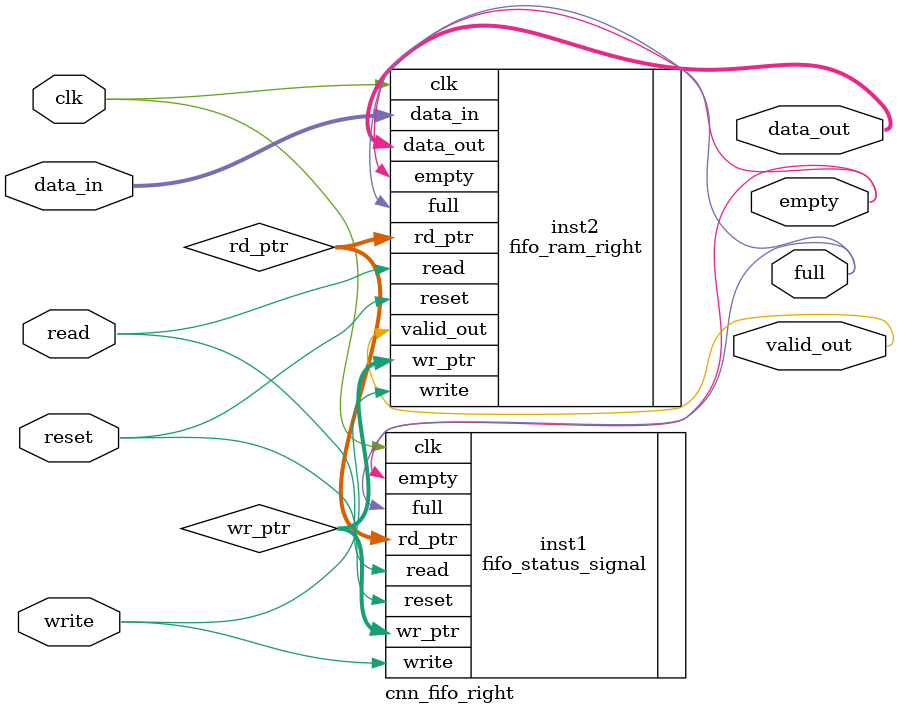
<source format=v>
module cnn_fifo_right (
	//input
	 clk
	,reset
	,write
	,read
	,data_in
	//output
	,data_out
	,valid_out
	,full
	,empty
);

/////////////////////////////////////////////////////////////////////////
// Parameter
parameter DATA_WIDTH    = 32;
parameter DATA_DEPTH    = 13;
parameter POINTER_WIDTH = 4;

/////////////////////////////////////////////////////////////////////////
// Input
input                  clk    ;
input                  reset  ;
input                  write  ;
input                  read   ;
input [DATA_WIDTH-1:0] data_in;

/////////////////////////////////////////////////////////////////////////
// Output
output [DATA_WIDTH-1:0] data_out ;
output                  valid_out;
output                  full     ;
output                  empty    ;

/////////////////////////////////////////////////////////////////////////
// Logic
wire                  clk    ;
wire                  reset  ;
wire                  write  ;
wire                  read   ;
wire [DATA_WIDTH-1:0] data_in;

wire [DATA_WIDTH-1:0] data_out ;
wire                  valid_out;
wire                  full     ;
wire                  empty    ;

wire [POINTER_WIDTH-1:0] wr_ptr;
wire [POINTER_WIDTH-1:0] rd_ptr;

fifo_status_signal #(
	.DATA_DEPTH   (DATA_DEPTH   ),
	.POINTER_WIDTH(POINTER_WIDTH)
) inst1 (
	//input
	.reset (reset ),
	.clk   (clk   ),
	.write (write ),
	.read  (read  ),
	.wr_ptr(wr_ptr),
	.rd_ptr(rd_ptr),
	//output
	.full  (full  ),
	.empty (empty )
);

fifo_ram_right #(
	.DATA_WIDTH   (DATA_WIDTH   ),
	.DATA_DEPTH   (DATA_DEPTH   ),
	.POINTER_WIDTH(POINTER_WIDTH)
) inst2 (
	//input
	.clk      (clk      ),
	.reset    (reset    ),
	.write    (write    ),
	.read     (read     ),
	.full     (full     ),
	.empty    (empty    ),
	.wr_ptr   (wr_ptr   ),
	.rd_ptr   (rd_ptr   ),
	.data_in  (data_in  ),
	//output
	.data_out (data_out ),
	.valid_out(valid_out)
);

endmodule
</source>
